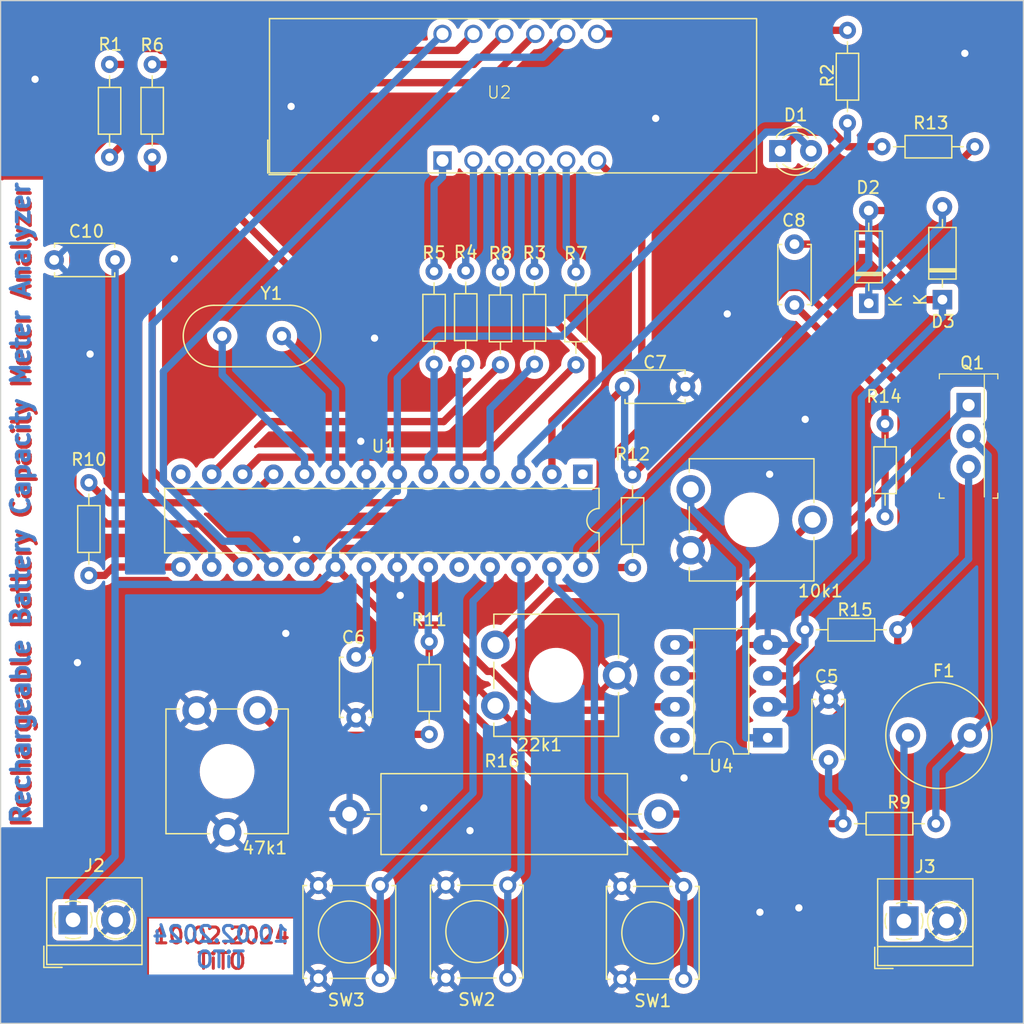
<source format=kicad_pcb>
(kicad_pcb (version 20221018) (generator pcbnew)
  (layers (0 "F.Cu" signal) (31 "B.Cu" signal) (34 "B.Paste" user) (35 "F.Paste" user) (36 "B.SilkS" user "B.Silkscreen") (37 "F.SilkS" user "F.Silkscreen") (38 "B.Mask" user) (39 "F.Mask" user) (44 "Edge.Cuts" user))
  (net 0 "")
  (net 1 "Net-(Q1-G)")
  (net 2 "Net-(10k1-Pad3)")
  (net 3 "Net-(Q1-D)")
  (net 4 "CA4")
  (net 5 "CA3")
  (net 6 "CA2")
  (net 7 "CA1")
  (net 8 "RST")
  (net 9 "PD0")
  (net 10 "PD1")
  (net 11 "PD2")
  (net 12 "PD3")
  (net 13 "PD4")
  (net 14 "/5V")
  (net 15 "Net-(Q1-S)")
  (net 16 "PD5")
  (net 17 "PD6")
  (net 18 "PD7")
  (net 19 "Net-(U1-PC0)")
  (net 20 "GND")
  (net 21 "Net-(D3-K)")
  (net 22 "Net-(U1-PD0)")
  (net 23 "Net-(U1-PD1)")
  (net 24 "Net-(U1-PC2)")
  (net 25 "Net-(U1-PD2)")
  (net 26 "Net-(U1-PD3)")
  (net 27 "Net-(U1-PD4)")
  (net 28 "Net-(U1-PD5)")
  (net 29 "Net-(U1-PC4)")
  (net 30 "Net-(U1-PD6)")
  (net 32 "Net-(U1-PD7)")
  (net 33 "Net-(U4-+)")
  (net 34 "Net-(J3-Pin_1)")
  (net 35 "PB1")
  (net 36 "Net-(47k1-Pad3)")
  (net 37 "Net-(22k1-Pad3)")
  (net 38 "PC5")
  (net 39 "Net-(D1-K)")
  (net 40 "Net-(C8-Pad2)")
  (net 41 "Net-(10k1-Pad2)")
  (net 43 "Net-(U1-XTAL1{slash}PB6)")
  (net 44 "Net-(U1-XTAL2{slash}PB7)")
  (net 46 "Net-(U1-AREF)")
  (net 47 "Net-(U1-PC3)")
  (net 48 "Net-(D2-K)")
  (footprint "TerminalBlock_4Ucon:TerminalBlock_4Ucon_1x02_P3.50mm_Horizontal" (layer "F.Cu") (at 162.09 123.79)
    (fp_text reference "J3" (at 1.75 -4.46) (layer "F.SilkS"))
    (fp_text value "Test")
    (pad "1" thru_hole rect (at 0 0) (size 2.4 2.4) (drill 1.2) (layers "*.Cu" "*.Mask") (net 34 "Net-(J3-Pin_1)"))
    (pad "2" thru_hole circle (at 3.5 0) (size 2.4 2.4) (drill 1.2) (layers "*.Cu" "*.Mask") (net 20 "GND"))
  )
  (footprint "Resistor_THT:R_Axial_DIN0204_L3.6mm_D1.6mm_P7.62mm_Horizontal" (layer "F.Cu") (at 131.75 78.06 90)
    (fp_text reference "R3" (at 9.144 0 180) (layer "F.SilkS"))
    (fp_text value "560")
    (pad "1" thru_hole circle (at 0 0 90) (size 1.4 1.4) (drill 0.7) (layers "*.Cu" "*.Mask") (net 25 "Net-(U1-PD2)"))
    (pad "2" thru_hole oval (at 7.62 0 90) (size 1.4 1.4) (drill 0.7) (layers "*.Cu" "*.Mask") (net 11 "PD2"))
  )
  (footprint "Package_DIP:DIP-8_W7.62mm_LongPads" (layer "F.Cu") (at 150.905 108.74 180)
    (fp_text reference "U4" (at 3.81 -2.33) (layer "F.SilkS"))
    (fp_text value "TL081")
    (pad "1" thru_hole rect (at 0 0 180) (size 2.4 1.6) (drill 0.8) (layers "*.Cu" "*.Mask") (net 2 "Net-(10k1-Pad3)"))
    (pad "2" thru_hole oval (at 0 2.54 180) (size 2.4 1.6) (drill 0.8) (layers "*.Cu" "*.Mask") (net 21 "Net-(D3-K)"))
    (pad "3" thru_hole oval (at 0 5.08 180) (size 2.4 1.6) (drill 0.8) (layers "*.Cu" "*.Mask") (net 33 "Net-(U4-+)"))
    (pad "4" thru_hole oval (at 0 7.62 180) (size 2.4 1.6) (drill 0.8) (layers "*.Cu" "*.Mask") (net 20 "GND"))
    (pad "5" thru_hole oval (at 7.62 7.62 180) (size 2.4 1.6) (drill 0.8) (layers "*.Cu" "*.Mask") (net 41 "Net-(10k1-Pad2)"))
    (pad "6" thru_hole oval (at 7.62 5.08 180) (size 2.4 1.6) (drill 0.8) (layers "*.Cu" "*.Mask") (net 40 "Net-(C8-Pad2)"))
    (pad "7" thru_hole oval (at 7.62 2.54 180) (size 2.4 1.6) (drill 0.8) (layers "*.Cu" "*.Mask") (net 14 "/5V"))
    (pad "8" thru_hole oval (at 7.62 0 180) (size 2.4 1.6) (drill 0.8) (layers "*.Cu" "*.Mask"))
  )
  (footprint "Resistor_THT:R_Axial_DIN0204_L3.6mm_D1.6mm_P7.62mm_Horizontal" (layer "F.Cu") (at 139.8 87.14 -90)
    (fp_text reference "R12" (at -1.69 0 -180) (layer "F.SilkS"))
    (fp_text value "22k")
    (pad "1" thru_hole circle (at 0 0 270) (size 1.4 1.4) (drill 0.7) (layers "*.Cu" "*.Mask") (net 33 "Net-(U4-+)"))
    (pad "2" thru_hole oval (at 7.62 0 270) (size 1.4 1.4) (drill 0.7) (layers "*.Cu" "*.Mask") (net 37 "Net-(22k1-Pad3)"))
  )
  (footprint "Resistor_THT:R_Axial_DIN0204_L3.6mm_D1.6mm_P7.62mm_Horizontal" (layer "F.Cu") (at 128.95 78.11 90)
    (fp_text reference "R8" (at 9.144 0 180) (layer "F.SilkS"))
    (fp_text value "560")
    (pad "1" thru_hole circle (at 0 0 90) (size 1.4 1.4) (drill 0.7) (layers "*.Cu" "*.Mask") (net 32 "Net-(U1-PD7)"))
    (pad "2" thru_hole oval (at 7.62 0 90) (size 1.4 1.4) (drill 0.7) (layers "*.Cu" "*.Mask") (net 18 "PD7"))
  )
  (footprint "Resistor_THT:R_Axial_DIN0204_L3.6mm_D1.6mm_P7.62mm_Horizontal" (layer "F.Cu") (at 161.58 99.87 180)
    (fp_text reference "R15" (at 3.51 1.63 180) (layer "F.SilkS"))
    (fp_text value "33k")
    (pad "1" thru_hole circle (at 0 0 180) (size 1.4 1.4) (drill 0.7) (layers "*.Cu" "*.Mask") (net 15 "Net-(Q1-S)"))
    (pad "2" thru_hole oval (at 7.62 0 180) (size 1.4 1.4) (drill 0.7) (layers "*.Cu" "*.Mask") (net 21 "Net-(D3-K)"))
  )
  (footprint "Button_Switch_THT:SW_Tactile_Straight_KSA0Axx1LFTR" (layer "F.Cu") (at 119.08 120.88 -90)
    (fp_text reference "SW3" (at 9.398 2.794) (layer "F.SilkS"))
    (fp_text value "~")
    (pad "1" thru_hole circle (at 0 0 270) (size 1.397 1.397) (drill 0.8128) (layers "*.Cu" "*.Mask") (net 24 "Net-(U1-PC2)"))
    (pad "1" thru_hole circle (at 7.62 0 270) (size 1.397 1.397) (drill 0.8128) (layers "*.Cu" "*.Mask") (net 24 "Net-(U1-PC2)"))
    (pad "2" thru_hole circle (at 0 5.08 270) (size 1.397 1.397) (drill 0.8128) (layers "*.Cu" "*.Mask") (net 20 "GND"))
    (pad "2" thru_hole circle (at 7.62 5.08 270) (size 1.397 1.397) (drill 0.8128) (layers "*.Cu" "*.Mask") (net 20 "GND"))
  )
  (footprint "Potentiometer_THT:Potentiometer_ACP_CA9-V10_Vertical_Hole" (layer "F.Cu") (at 104 106.5 -90)
    (fp_text reference "47k1" (at 11.3 -5.6) (layer "F.SilkS"))
    (fp_text value "P1")
    (pad "" np_thru_hole circle (at 5 -2.5 270) (size 4 4) (drill 4) (layers "*.Cu" "*.Mask"))
    (pad "1" thru_hole circle (at 0 0 270) (size 2.34 2.34) (drill 1.3) (layers "*.Cu" "*.Mask") (net 20 "GND"))
    (pad "2" thru_hole circle (at 10 -2.5 270) (size 2.34 2.34) (drill 1.3) (layers "*.Cu" "*.Mask") (net 20 "GND"))
    (pad "3" thru_hole circle (at 0 -5 270) (size 2.34 2.34) (drill 1.3) (layers "*.Cu" "*.Mask") (net 36 "Net-(47k1-Pad3)"))
  )
  (footprint "Button_Switch_THT:SW_Tactile_Straight_KSA0Axx1LFTR" (layer "F.Cu") (at 144 120.95 -90)
    (fp_text reference "SW1" (at 9.398 2.54) (layer "F.SilkS"))
    (fp_text value "~")
    (pad "1" thru_hole circle (at 0 0 270) (size 1.397 1.397) (drill 0.8128) (layers "*.Cu" "*.Mask") (net 29 "Net-(U1-PC4)"))
    (pad "1" thru_hole circle (at 7.62 0 270) (size 1.397 1.397) (drill 0.8128) (layers "*.Cu" "*.Mask") (net 29 "Net-(U1-PC4)"))
    (pad "2" thru_hole circle (at 0 5.08 270) (size 1.397 1.397) (drill 0.8128) (layers "*.Cu" "*.Mask") (net 20 "GND"))
    (pad "2" thru_hole circle (at 7.62 5.08 270) (size 1.397 1.397) (drill 0.8128) (layers "*.Cu" "*.Mask") (net 20 "GND"))
  )
  (footprint "Potentiometer_THT:Potentiometer_ACP_CA9-V10_Vertical_Hole" (layer "F.Cu") (at 128.53 106.11)
    (fp_text reference "22k1" (at 3.65 3.225 180) (layer "F.SilkS"))
    (fp_text value "P2")
    (pad "" np_thru_hole circle (at 5 -2.5) (size 4 4) (drill 4) (layers "*.Cu" "*.Mask"))
    (pad "1" thru_hole circle (at 0 0) (size 2.34 2.34) (drill 1.3) (layers "*.Cu" "*.Mask") (net 20 "GND"))
    (pad "2" thru_hole circle (at 10 -2.5) (size 2.34 2.34) (drill 1.3) (layers "*.Cu" "*.Mask") (net 20 "GND"))
    (pad "3" thru_hole circle (at 0 -5) (size 2.34 2.34) (drill 1.3) (layers "*.Cu" "*.Mask") (net 37 "Net-(22k1-Pad3)"))
  )
  (footprint "Capacitor_THT:C_Disc_D4.7mm_W2.5mm_P5.00mm" (layer "F.Cu") (at 155.9 110.56 90)
    (fp_text reference "C5" (at 6.85 -0.16) (layer "F.SilkS"))
    (fp_text value "100nF")
    (pad "1" thru_hole circle (at 0 0 90) (size 1.6 1.6) (drill 0.8) (layers "*.Cu" "*.Mask") (net 19 "Net-(U1-PC0)"))
    (pad "2" thru_hole circle (at 5 0 90) (size 1.6 1.6) (drill 0.8) (layers "*.Cu" "*.Mask") (net 20 "GND"))
  )
  (footprint "Resistor_THT:R_Axial_Power_L20.0mm_W6.4mm_P25.40mm" (layer "F.Cu") (at 141.96 115.01 180)
    (fp_text reference "R16" (at 12.88 4.36 180) (layer "F.SilkS"))
    (fp_text value "0R24")
    (pad "1" thru_hole circle (at 0 0 180) (size 2.4 2.4) (drill 1.2) (layers "*.Cu" "*.Mask") (net 15 "Net-(Q1-S)"))
    (pad "2" thru_hole oval (at 25.4 0 180) (size 2.4 2.4) (drill 1.2) (layers "*.Cu" "*.Mask") (net 20 "GND"))
  )
  (footprint "Resistor_THT:R_Axial_DIN0204_L3.6mm_D1.6mm_P7.62mm_Horizontal" (layer "F.Cu") (at 100.35 61.06 90)
    (fp_text reference "R6" (at 9.21 0 180) (layer "F.SilkS"))
    (fp_text value "560")
    (pad "1" thru_hole circle (at 0 0 90) (size 1.4 1.4) (drill 0.7) (layers "*.Cu" "*.Mask") (net 28 "Net-(U1-PD5)"))
    (pad "2" thru_hole oval (at 7.62 0 90) (size 1.4 1.4) (drill 0.7) (layers "*.Cu" "*.Mask") (net 16 "PD5"))
  )
  (footprint "Resistor_THT:R_Axial_DIN0204_L3.6mm_D1.6mm_P7.62mm_Horizontal" (layer "F.Cu") (at 126.1 78.01 90)
    (fp_text reference "R4" (at 9.144 0 180) (layer "F.SilkS"))
    (fp_text value "560")
    (pad "1" thru_hole circle (at 0 0 90) (size 1.4 1.4) (drill 0.7) (layers "*.Cu" "*.Mask") (net 26 "Net-(U1-PD3)"))
    (pad "2" thru_hole oval (at 7.62 0 90) (size 1.4 1.4) (drill 0.7) (layers "*.Cu" "*.Mask") (net 12 "PD3"))
  )
  (footprint "Resistor_THT:R_Axial_DIN0204_L3.6mm_D1.6mm_P7.62mm_Horizontal" (layer "F.Cu") (at 123.1 100.84 -90)
    (fp_text reference "R11" (at -1.79 0 -180) (layer "F.SilkS"))
    (fp_text value "47k")
    (pad "1" thru_hole circle (at 0 0 270) (size 1.4 1.4) (drill 0.7) (layers "*.Cu" "*.Mask") (net 19 "Net-(U1-PC0)"))
    (pad "2" thru_hole oval (at 7.62 0 270) (size 1.4 1.4) (drill 0.7) (layers "*.Cu" "*.Mask") (net 36 "Net-(47k1-Pad3)"))
  )
  (footprint "Capacitor_THT:C_Disc_D4.7mm_W2.5mm_P5.00mm" (layer "F.Cu") (at 139.15 79.91)
    (fp_text reference "C7" (at 2.5 -2) (layer "F.SilkS"))
    (fp_text value "1uF")
    (pad "1" thru_hole circle (at 0 0) (size 1.6 1.6) (drill 0.8) (layers "*.Cu" "*.Mask") (net 33 "Net-(U4-+)"))
    (pad "2" thru_hole circle (at 5 0) (size 1.6 1.6) (drill 0.8) (layers "*.Cu" "*.Mask") (net 20 "GND"))
  )
  (footprint "Potentiometer_THT:Potentiometer_ACP_CA9-V10_Vertical_Hole" (layer "F.Cu") (at 144.58 93.345)
    (fp_text reference "10k1" (at 10.65 3.35 180) (layer "F.SilkS"))
    (fp_text value "P3")
    (pad "" np_thru_hole circle (at 5 -2.5) (size 4 4) (drill 4) (layers "*.Cu" "*.Mask"))
    (pad "1" thru_hole circle (at 0 0) (size 2.34 2.34) (drill 1.3) (layers "*.Cu" "*.Mask") (net 20 "GND"))
    (pad "2" thru_hole circle (at 10 -2.5) (size 2.34 2.34) (drill 1.3) (layers "*.Cu" "*.Mask") (net 41 "Net-(10k1-Pad2)"))
    (pad "3" thru_hole circle (at 0 -5) (size 2.34 2.34) (drill 1.3) (layers "*.Cu" "*.Mask") (net 2 "Net-(10k1-Pad3)"))
  )
  (footprint "TerminalBlock_4Ucon:TerminalBlock_4Ucon_1x02_P3.50mm_Horizontal" (layer "F.Cu") (at 93.85 123.7)
    (fp_text reference "J2" (at 1.75 -4.46) (layer "F.SilkS"))
    (fp_text value "Power")
    (pad "1" thru_hole rect (at 0 0) (size 2.4 2.4) (drill 1.2) (layers "*.Cu" "*.Mask") (net 14 "/5V"))
    (pad "2" thru_hole circle (at 3.5 0) (size 2.4 2.4) (drill 1.2) (layers "*.Cu" "*.Mask") (net 20 "GND"))
  )
  (footprint "Crystal:Crystal_HC18-U_Vertical" (layer "F.Cu") (at 106.1 75.75)
    (fp_text reference "Y1" (at 4.04099 -3.500179) (layer "F.SilkS"))
    (fp_text value "Crystal 32768Hz")
    (pad "1" thru_hole circle (at 0 0) (size 1.5 1.5) (drill 0.8) (layers "*.Cu" "*.Mask") (net 44 "Net-(U1-XTAL2{slash}PB7)"))
    (pad "2" thru_hole circle (at 4.9 0) (size 1.5 1.5) (drill 0.8) (layers "*.Cu" "*.Mask") (net 43 "Net-(U1-XTAL1{slash}PB6)"))
  )
  (footprint "LED_THT:LED_D3.0mm" (layer "F.Cu") (at 151.925 60.55)
    (fp_text reference "D1" (at 1.27 -2.96) (layer "F.SilkS"))
    (fp_text value "LED")
    (pad "1" thru_hole rect (at 0 0) (size 1.8 1.8) (drill 0.9) (layers "*.Cu" "*.Mask") (net 39 "Net-(D1-K)"))
    (pad "2" thru_hole circle (at 2.54 0) (size 1.8 1.8) (drill 0.9) (layers "*.Cu" "*.Mask") (net 14 "/5V"))
  )
  (footprint "Resistor_THT:R_Axial_DIN0204_L3.6mm_D1.6mm_P7.62mm_Horizontal" (layer "F.Cu") (at 123.5 78.06 90)
    (fp_text reference "R5" (at 9.144 0 180) (layer "F.SilkS"))
    (fp_text value "560")
    (pad "1" thru_hole circle (at 0 0 90) (size 1.4 1.4) (drill 0.7) (layers "*.Cu" "*.Mask") (net 27 "Net-(U1-PD4)"))
    (pad "2" thru_hole oval (at 7.62 0 90) (size 1.4 1.4) (drill 0.7) (layers "*.Cu" "*.Mask") (net 13 "PD4"))
  )
  (footprint "Resistor_THT:R_Axial_DIN0204_L3.6mm_D1.6mm_P7.62mm_Horizontal" (layer "F.Cu") (at 95.15 87.79 -90)
    (fp_text reference "R10" (at -1.9 0 -180) (layer "F.SilkS"))
    (fp_text value "220k")
    (pad "1" thru_hole circle (at 0 0 270) (size 1.4 1.4) (drill 0.7) (layers "*.Cu" "*.Mask") (net 33 "Net-(U4-+)"))
    (pad "2" thru_hole oval (at 7.62 0 270) (size 1.4 1.4) (drill 0.7) (layers "*.Cu" "*.Mask") (net 35 "PB1"))
  )
  (footprint "digikey-footprints:TO-220-3" (layer "F.Cu") (at 167.4 81.42 -90)
    (fp_text reference "Q1" (at -3.46 -0.3) (layer "F.SilkS"))
    (fp_text value "IRLB8743")
    (pad "1" thru_hole rect (at 0 0 270) (size 2 2) (drill 1) (layers "*.Cu" "*.Mask") (net 1 "Net-(Q1-G)"))
    (pad "2" thru_hole circle (at 2.54 0 270) (size 2 2) (drill 1) (layers "*.Cu" "*.Mask") (net 3 "Net-(Q1-D)"))
    (pad "3" thru_hole circle (at 5.08 0 270) (size 2 2) (drill 1) (layers "*.Cu" "*.Mask") (net 15 "Net-(Q1-S)"))
  )
  (footprint "Capacitor_THT:C_Disc_D4.7mm_W2.5mm_P5.00mm" (layer "F.Cu") (at 153.1 68.2 -90)
    (fp_text reference "C8" (at -1.95 0.05 -180) (layer "F.SilkS"))
    (fp_text value "10nF")
    (pad "1" thru_hole circle (at 0 0 270) (size 1.6 1.6) (drill 0.8) (layers "*.Cu" "*.Mask") (net 21 "Net-(D3-K)"))
    (pad "2" thru_hole circle (at 5 0 270) (size 1.6 1.6) (drill 0.8) (layers "*.Cu" "*.Mask") (net 40 "Net-(C8-Pad2)"))
  )
  (footprint "Capacitor_THT:C_Disc_D4.7mm_W2.5mm_P5.00mm" (layer "F.Cu") (at 117.1 107.1 90)
    (fp_text reference "C6" (at 6.6 -0.2 180) (layer "F.SilkS"))
    (fp_text value "100nF")
    (pad "1" thru_hole circle (at 0 0 90) (size 1.6 1.6) (drill 0.8) (layers "*.Cu" "*.Mask") (net 20 "GND"))
    (pad "2" thru_hole circle (at 5 0 90) (size 1.6 1.6) (drill 0.8) (layers "*.Cu" "*.Mask") (net 46 "Net-(U1-AREF)"))
  )
  (footprint "Resistor_THT:R_Axial_DIN0204_L3.6mm_D1.6mm_P7.62mm_Horizontal" (layer "F.Cu") (at 164.71 115.8 180)
    (fp_text reference "R9" (at 3.02 1.76) (layer "F.SilkS"))
    (fp_text value "220k")
    (pad "1" thru_hole circle (at 0 0 180) (size 1.4 1.4) (drill 0.7) (layers "*.Cu" "*.Mask") (net 3 "Net-(Q1-D)"))
    (pad "2" thru_hole oval (at 7.62 0 180) (size 1.4 1.4) (drill 0.7) (layers "*.Cu" "*.Mask") (net 19 "Net-(U1-PC0)"))
  )
  (footprint "Resistor_THT:R_Axial_DIN0204_L3.6mm_D1.6mm_P7.62mm_Horizontal" (layer "F.Cu") (at 160.54 90.58 90)
    (fp_text reference "R14" (at 9.87 -0.09 180) (layer "F.SilkS"))
    (fp_text value "270R")
    (pad "1" thru_hole circle (at 0 0 90) (size 1.4 1.4) (drill 0.7) (layers "*.Cu" "*.Mask") (net 1 "Net-(Q1-G)"))
    (pad "2" thru_hole oval (at 7.62 0 90) (size 1.4 1.4) (drill 0.7) (layers "*.Cu" "*.Mask") (net 40 "Net-(C8-Pad2)"))
  )
  (footprint "Diode_THT:D_DO-35_SOD27_P7.62mm_Horizontal" (layer "F.Cu") (at 159.2 73.06 90)
    (fp_text reference "D2" (at 9.51 -0.05 180) (layer "F.SilkS"))
    (fp_text value "1N4148")
    (fp_text user "K" (at 0.15 2.2 90) (layer "F.SilkS"))
    (pad "1" thru_hole rect (at 0 0 90) (size 1.6 1.6) (drill 0.8) (layers "*.Cu" "*.Mask") (net 48 "Net-(D2-K)"))
    (pad "2" thru_hole oval (at 7.62 0 90) (size 1.6 1.6) (drill 0.8) (layers "*.Cu" "*.Mask") (net 38 "PC5"))
  )
  (footprint "Resistor_THT:R_Axial_DIN0204_L3.6mm_D1.6mm_P7.62mm_Horizontal" (layer "F.Cu") (at 135.15 78.11 90)
    (fp_text reference "R7" (at 9.144 0 180) (layer "F.SilkS"))
    (fp_text value "560")
    (pad "1" thru_hole circle (at 0 0 90) (size 1.4 1.4) (drill 0.7) (layers "*.Cu" "*.Mask") (net 30 "Net-(U1-PD6)"))
    (pad "2" thru_hole oval (at 7.62 0 90) (size 1.4 1.4) (drill 0.7) (layers "*.Cu" "*.Mask") (net 17 "PD6"))
  )
  (footprint "Capacitor_THT:C_Disc_D4.7mm_W2.5mm_P5.00mm" (layer "F.Cu") (at 92.3 69.5)
    (fp_text reference "C10" (at 2.65 -2.35) (layer "F.SilkS"))
    (fp_text value "100nF")
    (pad "1" thru_hole circle (at 0 0) (size 1.6 1.6) (drill 0.8) (layers "*.Cu" "*.Mask") (net 20 "GND"))
    (pad "2" thru_hole circle (at 5 0) (size 1.6 1.6) (drill 0.8) (layers "*.Cu" "*.Mask") (net 14 "/5V"))
  )
  (footprint "Resistor_THT:R_Axial_DIN0204_L3.6mm_D1.6mm_P7.62mm_Horizontal" (layer "F.Cu") (at 157.45 58.26 90)
    (fp_text reference "R2" (at 3.91 -1.65 90) (layer "F.SilkS"))
    (fp_text value "560")
    (pad "1" thru_hole circle (at 0 0 90) (size 1.4 1.4) (drill 0.7) (layers "*.Cu" "*.Mask") (net 23 "Net-(U1-PD1)"))
    (pad "2" thru_hole oval (at 7.62 0 90) (size 1.4 1.4) (drill 0.7) (layers "*.Cu" "*.Mask") (net 10 "PD1"))
  )
  (footprint "Resistor_THT:R_Axial_DIN0204_L3.6mm_D1.6mm_P7.62mm_Horizontal" (layer "F.Cu") (at 96.85 61.06 90)
    (fp_text reference "R1" (at 9.26 0.05 180) (layer "F.SilkS"))
    (fp_text value "560")
    (pad "1" thru_hole circle (at 0 0 90) (size 1.4 1.4) (drill 0.7) (layers "*.Cu" "*.Mask") (net 22 "Net-(U1-PD0)"))
    (pad "2" thru_hole oval (at 7.62 0 90) (size 1.4 1.4) (drill 0.7) (layers "*.Cu" "*.Mask") (net 9 "PD0"))
  )
  (footprint "Tito:E40394-l-UR3" (layer "F.Cu") (at 130.61 56.24)
    (fp_text reference "U2" (at -1.7582 -0.4964 unlocked) (layer "F.SilkS") (effects (font (thickness 0.1))))
    (fp_text value "E40394-I-UR3")
    (pad "1" thru_hole rect (at -6.4182 5.0936 90) (size 1.5 1.5) (drill 1) (layers "*.Cu" "*.Mask") (net 13 "PD4"))
    (pad "2" thru_hole circle (at -3.8782 5.0936 90) (size 1.5 1.5) (drill 1) (layers "*.Cu" "*.Mask") (net 12 "PD3"))
    (pad "3" thru_hole circle (at -1.3382 5.0936 90) (size 1.5 1.5) (drill 1) (layers "*.Cu" "*.Mask") (net 18 "PD7"))
    (pad "4" thru_hole circle (at 1.2018 5.0936 90) (size 1.5 1.5) (drill 1) (layers "*.Cu" "*.Mask") (net 11 "PD2"))
    (pad "5" thru_hole circle (at 3.7418 5.0936 90) (size 1.5 1.5) (drill 1) (layers "*.Cu" "*.Mask") (net 17 "PD6"))
    (pad "6" thru_hole circle (at 6.2818 5.0936 90) (size 1.5 1.5) (drill 1) (layers "*.Cu" "*.Mask") (net 4 "CA4"))
    (pad "7" thru_hole circle (at 6.2818 -5.3064 270) (size 1.5 1.5) (drill 1) (layers "*.Cu" "*.Mask") (net 10 "PD1"))
    (pad "8" thru_hole circle (at 3.7418 -5.3064 270) (size 1.5 1.5) (drill 1) (layers "*.Cu" "*.Mask") (net 5 "CA3"))
    (pad "9" thru_hole circle (at 1.2018 -5.3064 270) (size 1.5 1.5) (drill 1) (layers "*.Cu" "*.Mask") (net 6 "CA2"))
    (pad "10" thru_hole circle (at -1.3382 -5.3064 90) (size 1.5 1.5) (drill 1) (layers "*.Cu" "*.Mask") (net 16 "PD5"))
    (pad "11" thru_hole circle (at -3.8782 -5.3064 90) (size 1.5 1.5) (drill 1) (layers "*.Cu" "*.Mask") (net 9 "PD0"))
    (pad "12" thru_hole circle (at -6.4182 -5.3064 90) (size 1.5 1.5) (drill 1) (layers "*.Cu" "*.Mask") (net 7 "CA1"))
  )
  (footprint "Diode_THT:D_DO-35_SOD27_P7.62mm_Horizontal" (layer "F.Cu") (at 165.25 72.76 90)
    (fp_text reference "D3" (at -1.79 0.05) (layer "F.SilkS"))
    (fp_text value "1N4148")
    (fp_text user "K" (at 0 -1.8 90) (layer "F.SilkS"))
    (pad "1" thru_hole rect (at 0 0 90) (size 1.6 1.6) (drill 0.8) (layers "*.Cu" "*.Mask") (net 21 "Net-(D3-K)"))
    (pad "2" thru_hole oval (at 7.62 0 90) (size 1.6 1.6) (drill 0.8) (layers "*.Cu" "*.Mask") (net 48 "Net-(D2-K)"))
  )
  (footprint "Package_DIP:DIP-28_W7.62mm" (layer "F.Cu") (at 135.72 87.1 -90)
    (fp_text reference "U1" (at -2.3 16.35 -180) (layer "F.SilkS"))
    (fp_text value "ATmega8A / 8 / 8L")
    (pad "1" thru_hole rect (at 0 0 270) (size 1.6 1.6) (drill 0.8) (layers "*.Cu" "*.Mask") (net 8 "RST"))
    (pad "2" thru_hole oval (at 0 2.54 270) (size 1.6 1.6) (drill 0.8) (layers "*.Cu" "*.Mask") (net 22 "Net-(U1-PD0)"))
    (pad "3" thru_hole oval (at 0 5.08 270) (size 1.6 1.6) (drill 0.8) (layers "*.Cu" "*.Mask") (net 23 "Net-(U1-PD1)"))
    (pad "4" thru_hole oval (at 0 7.62 270) (size 1.6 1.6) (drill 0.8) (layers "*.Cu" "*.Mask") (net 25 "Net-(U1-PD2)"))
    (pad "5" thru_hole oval (at 0 10.16 270) (size 1.6 1.6) (drill 0.8) (layers "*.Cu" "*.Mask") (net 26 "Net-(U1-PD3)"))
    (pad "6" thru_hole oval (at 0 12.7 270) (size 1.6 1.6) (drill 0.8) (layers "*.Cu" "*.Mask") (net 27 "Net-(U1-PD4)"))
    (pad "7" thru_hole oval (at 0 15.24 270) (size 1.6 1.6) (drill 0.8) (layers "*.Cu" "*.Mask") (net 14 "/5V"))
    (pad "8" thru_hole oval (at 0 17.78 270) (size 1.6 1.6) (drill 0.8) (layers "*.Cu" "*.Mask") (net 20 "GND"))
    (pad "9" thru_hole oval (at 0 20.32 270) (size 1.6 1.6) (drill 0.8) (layers "*.Cu" "*.Mask") (net 43 "Net-(U1-XTAL1{slash}PB6)"))
    (pad "10" thru_hole oval (at 0 22.86 270) (size 1.6 1.6) (drill 0.8) (layers "*.Cu" "*.Mask") (net 44 "Net-(U1-XTAL2{slash}PB7)"))
    (pad "11" thru_hole oval (at 0 25.4 270) (size 1.6 1.6) (drill 0.8) (layers "*.Cu" "*.Mask") (net 28 "Net-(U1-PD5)"))
    (pad "12" thru_hole oval (at 0 27.94 270) (size 1.6 1.6) (drill 0.8) (layers "*.Cu" "*.Mask") (net 30 "Net-(U1-PD6)"))
    (pad "13" thru_hole oval (at 0 30.48 270) (size 1.6 1.6) (drill 0.8) (layers "*.Cu" "*.Mask") (net 32 "Net-(U1-PD7)"))
    (pad "14" thru_hole oval (at 0 33.02 270) (size 1.6 1.6) (drill 0.8) (layers "*.Cu" "*.Mask"))
    (pad "15" thru_hole oval (at 7.62 33.02 270) (size 1.6 1.6) (drill 0.8) (layers "*.Cu" "*.Mask") (net 35 "PB1"))
    (pad "16" thru_hole oval (at 7.62 30.48 270) (size 1.6 1.6) (drill 0.8) (layers "*.Cu" "*.Mask") (net 7 "CA1"))
    (pad "17" thru_hole oval (at 7.62 27.94 270) (size 1.6 1.6) (drill 0.8) (layers "*.Cu" "*.Mask") (net 6 "CA2"))
    (pad "18" thru_hole oval (at 7.62 25.4 270) (size 1.6 1.6) (drill 0.8) (layers "*.Cu" "*.Mask") (net 5 "CA3"))
    (pad "19" thru_hole oval (at 7.62 22.86 270) (size 1.6 1.6) (drill 0.8) (layers "*.Cu" "*.Mask") (net 4 "CA4"))
    (pad "20" thru_hole oval (at 7.62 20.32 270) (size 1.6 1.6) (drill 0.8) (layers "*.Cu" "*.Mask") (net 14 "/5V"))
    (pad "21" thru_hole oval (at 7.62 17.78 270) (size 1.6 1.6) (drill 0.8) (layers "*.Cu" "*.Mask") (net 46 "Net-(U1-AREF)"))
    (pad "22" thru_hole oval (at 7.62 15.24 270) (size 1.6 1.6) (drill 0.8) (layers "*.Cu" "*.Mask") (net 20 "GND"))
    (pad "23" thru_hole oval (at 7.62 12.7 270) (size 1.6 1.6) (drill 0.8) (layers "*.Cu" "*.Mask") (net 19 "Net-(U1-PC0)"))
    (pad "24" thru_hole oval (at 7.62 10.16 270) (size 1.6 1.6) (drill 0.8) (layers "*.Cu" "*.Mask"))
    (pad "25" thru_hole oval (at 7.62 7.62 270) (size 1.6 1.6) (drill 0.8) (layers "*.Cu" "*.Mask") (net 24 "Net-(U1-PC2)"))
    (pad "26" thru_hole oval (at 7.62 5.08 270) (size 1.6 1.6) (drill 0.8) (layers "*.Cu" "*.Mask") (net 47 "Net-(U1-PC3)"))
    (pad "27" thru_hole oval (at 7.62 2.54 270) (size 1.6 1.6) (drill 0.8) (layers "*.Cu" "*.Mask") (net 29 "Net-(U1-PC4)"))
    (pad "28" thru_hole oval (at 7.62 0 270) (size 1.6 1.6) (drill 0.8) (layers "*.Cu" "*.Mask") (net 38 "PC5"))
  )
  (footprint "Button_Switch_THT:SW_Tactile_Straight_KSA0Axx1LFTR" (layer "F.Cu") (at 129.55 120.85 -90)
    (fp_text reference "SW2" (at 9.398 2.54) (layer "F.SilkS"))
    (fp_text value "~")
    (pad "1" thru_hole circle (at 0 0 270) (size 1.397 1.397) (drill 0.8128) (layers "*.Cu" "*.Mask") (net 47 "Net-(U1-PC3)"))
    (pad "1" thru_hole circle (at 7.62 0 270) (size 1.397 1.397) (drill 0.8128) (layers "*.Cu" "*.Mask") (net 47 "Net-(U1-PC3)"))
    (pad "2" thru_hole circle (at 0 5.08 270) (size 1.397 1.397) (drill 0.8128) (layers "*.Cu" "*.Mask") (net 20 "GND"))
    (pad "2" thru_hole circle (at 7.62 5.08 270) (size 1.397 1.397) (drill 0.8128) (layers "*.Cu" "*.Mask") (net 20 "GND"))
  )
  (footprint "Resistor_THT:R_Axial_DIN0204_L3.6mm_D1.6mm_P7.62mm_Horizontal" (layer "F.Cu") (at 167.91 60.2 180)
    (fp_text reference "R13" (at 3.61 1.95 180) (layer "F.SilkS"))
    (fp_text value "1k")
    (pad "1" thru_hole circle (at 0 0 180) (size 1.4 1.4) (drill 0.7) (layers "*.Cu" "*.Mask") (net 38 "PC5"))
    (pad "2" thru_hole oval (at 7.62 0 180) (size 1.4 1.4) (drill 0.7) (layers "*.Cu" "*.Mask") (net 39 "Net-(D1-K)"))
  )
  (footprint "Fuse:Fuse_Littelfuse_372_D8.50mm" (layer "F.Cu") (at 167.5 108.55 180)
    (fp_text reference "F1" (at 2.14 5.3 180) (layer "F.SilkS"))
    (fp_text value "3,15A")
    (pad "1" thru_hole circle (at 0 0 180) (size 2 2) (drill 1) (layers "*.Cu" "*.Mask") (net 3 "Net-(Q1-D)"))
    (pad "2" thru_hole circle (at 5.08 0 180) (size 2 2) (drill 1) (layers "*.Cu" "*.Mask") (net 34 "Net-(J3-Pin_1)"))
  )
  (gr_rect (start 87.9 48.2) (end 171.9 132.2) (stroke (width 0.1)) (fill none) (layer "Edge.Cuts"))
  (gr_text "Rechargeable Battery Capacity Meter Analyzer" (at 90.51 116.27 90) (layer "F.Cu") (effects (font (size 1.5 1.5) (thickness 0.3) bold) (justify left bottom)))
  (gr_text "10.02.2024\nTiTO" (at 106.05 127.85) (layer "F.Cu") (effects (font (size 1.3 1.3) (thickness 0.25) bold) (justify bottom)))
  (gr_text "Rechargeable Battery Capacity Meter Analyzer" (at 90.42 115.98 90) (layer "B.Cu") (effects (font (size 1.5 1.5) (thickness 0.3) bold) (justify left bottom)))
  (gr_text "10.02.2024\nTiTO" (at 105.96 127.72) (layer "B.Cu") (effects (font (size 1.3 1.3) (thickness 0.25) bold) (justify bottom mirror)))
  (segment (start 160.54 88.28) (end 160.54 90.58) (width 0.6) (layer "B.Cu") (net 1))
  (segment (start 167.4 81.42) (end 160.54 88.28) (width 0.6) (layer "B.Cu") (net 1))
  (segment (start 144.58 88.345) (end 144.58 89.8757) (width 0.6) (layer "B.Cu") (net 2))
  (segment (start 149.1049 94.4006) (end 149.1049 108.74) (width 0.6) (layer "B.Cu") (net 2))
  (segment (start 150.905 108.74) (end 149.1049 108.74) (width 0.6) (layer "B.Cu") (net 2))
  (segment (start 144.58 89.8757) (end 149.1049 94.4006) (width 0.6) (layer "B.Cu") (net 2))
  (segment (start 164.71 115.8) (end 164.71 111.34) (width 0.6) (layer "B.Cu") (net 3))
  (segment (start 169.0035 85.5635) (end 167.4 83.96) (width 0.6) (layer "B.Cu") (net 3))
  (segment (start 164.71 111.34) (end 167.5 108.55) (width 0.6) (layer "B.Cu") (net 3))
  (segment (start 169.0035 107.0465) (end 169.0035 85.5635) (width 0.6) (layer "B.Cu") (net 3))
  (segment (start 167.5 108.55) (end 169.0035 107.0465) (width 0.6) (layer "B.Cu") (net 3))
  (segment (start 134.4859 92.0797) (end 138.0404 88.5252) (width 0.6) (layer "F.Cu") (net 4))
  (segment (start 112.86 94.72) (end 115.5003 92.0797) (width 0.6) (layer "F.Cu") (net 4))
  (segment (start 115.5003 92.0797) (end 134.4859 92.0797) (width 0.6) (layer "F.Cu") (net 4))
  (segment (start 138.0404 88.5252) (end 138.0404 85.7129) (width 0.6) (layer "F.Cu") (net 4))
  (segment (start 138.0404 85.7129) (end 140.5582 83.1951) (width 0.6) (layer "F.Cu") (net 4))
  (segment (start 140.5582 83.1951) (end 140.5582 65) (width 0.6) (layer "F.Cu") (net 4))
  (segment (start 140.5582 65) (end 136.8918 61.3336) (width 0.6) (layer "F.Cu") (net 4))
  (segment (start 108.201 92.601) (end 106.1901 92.601) (width 0.6) (layer "B.Cu") (net 5))
  (segment (start 132.4358 52.8496) (end 134.3518 50.9336) (width 0.6) (layer "B.Cu") (net 5))
  (segment (start 101.2694 78.6591) (end 127.0789 52.8496) (width 0.6) (layer "B.Cu") (net 5))
  (segment (start 106.1901 92.601) (end 101.2694 87.6803) (width 0.6) (layer "B.Cu") (net 5))
  (segment (start 101.2694 87.6803) (end 101.2694 78.6591) (width 0.6) (layer "B.Cu") (net 5))
  (segment (start 127.0789 52.8496) (end 132.4358 52.8496) (width 0.6) (layer "B.Cu") (net 5))
  (segment (start 110.32 94.72) (end 108.201 92.601) (width 0.6) (layer "B.Cu") (net 5))
  (segment (start 96.6172 91.1795) (end 93.8378 88.4001) (width 0.6) (layer "F.Cu") (net 6))
  (segment (start 127.8016 54.9438) (end 131.8118 50.9336) (width 0.6) (layer "F.Cu") (net 6))
  (segment (start 93.8378 88.4001) (end 93.8378 62.2293) (width 0.6) (layer "F.Cu") (net 6))
  (segment (start 93.8378 62.2293) (end 101.1233 54.9438) (width 0.6) (layer "F.Cu") (net 6))
  (segment (start 104.2395 91.1795) (end 96.6172 91.1795) (width 0.6) (layer "F.Cu") (net 6))
  (segment (start 101.1233 54.9438) (end 127.8016 54.9438) (width 0.6) (layer "F.Cu") (net 6))
  (segment (start 107.78 94.72) (end 104.2395 91.1795) (width 0.6) (layer "F.Cu") (net 6))
  (segment (start 100.3387 74.7867) (end 124.1918 50.9336) (width 0.6) (layer "B.Cu") (net 7))
  (segment (start 105.24 94.72) (end 105.24 93.3199) (width 0.6) (layer "B.Cu") (net 7))
  (segment (start 100.3387 88.4186) (end 100.3387 74.7867) (width 0.6) (layer "B.Cu") (net 7))
  (segment (start 105.24 93.3199) (end 100.3387 88.4186) (width 0.6) (layer "B.Cu") (net 7))
  (segment (start 99.4523 52.1378) (end 98.1501 53.44) (width 0.6) (layer "F.Cu") (net 9))
  (segment (start 126.7318 50.9336) (end 125.3761 52.2893) (width 0.6) (layer "F.Cu") (net 9))
  (segment (start 125.3761 52.2893) (end 101.0653 52.2893) (width 0.6) (layer "F.Cu") (net 9))
  (segment (start 100.9138 52.1378) (end 99.4523 52.1378) (width 0.6) (layer "F.Cu") (net 9))
  (segment (start 96.85 53.44) (end 98.1501 53.44) (width 0.6) (layer "F.Cu") (net 9))
  (segment (start 101.0653 52.2893) (end 100.9138 52.1378) (width 0.6) (layer "F.Cu") (net 9))
  (segment (start 136.8918 50.9336) (end 155.8563 50.9336) (width 0.6) (layer "F.Cu") (net 10))
  (segment (start 157.45 50.64) (end 156.1499 50.64) (width 0.6) (layer "F.Cu") (net 10))
  (segment (start 155.8563 50.9336) (end 156.1499 50.64) (width 0.6) (layer "F.Cu") (net 10))
  (segment (start 131.75 61.3954) (end 131.75 70.44) (width 0.6) (layer "B.Cu") (net 11))
  (segment (start 131.8118 61.3336) (end 131.75 61.3954) (width 0.6) (layer "B.Cu") (net 11))
  (segment (start 126.1 70.39) (end 126.1 69.0899) (width 0.6) (layer "B.Cu") (net 12))
  (segment (start 126.7318 68.4581) (end 126.1 69.0899) (width 0.6) (layer "B.Cu") (net 12))
  (segment (start 126.7318 61.3336) (end 126.7318 68.4581) (width 0.6) (layer "B.Cu") (net 12))
  (segment (start 124.1918 61.3336) (end 124.1918 62.6837) (width 0.6) (layer "B.Cu") (net 13))
  (segment (start 123.5 63.3755) (end 123.5 70.44) (width 0.6) (layer "B.Cu") (net 13))
  (segment (start 124.1918 62.6837) (end 123.5 63.3755) (width 0.6) (layer "B.Cu") (net 13))
  (segment (start 128.2798 103.2916) (end 131.4731 106.4849) (width 0.6) (layer "F.Cu") (net 14))
  (segment (start 124.0871 99.4836) (end 127.8951 103.2916) (width 0.6) (layer "F.Cu") (net 14))
  (segment (start 120.1636 99.4836) (end 124.0871 99.4836) (width 0.6) (layer "F.Cu") (net 14))
  (segment (start 115.4 94.72) (end 120.1636 99.4836) (width 0.6) (layer "F.Cu") (net 14))
  (segment (start 131.4731 106.4849) (end 141.2 106.4849) (width 0.6) (layer "F.Cu") (net 14))
  (segment (start 127.8951 103.2916) (end 128.2798 103.2916) (width 0.6) (layer "F.Cu") (net 14))
  (segment (start 143.285 106.2) (end 141.4849 106.2) (width 0.6) (layer "F.Cu") (net 14))
  (segment (start 141.2 106.4849) (end 141.4849 106.2) (width 0.6) (layer "F.Cu") (net 14))
  (segment (start 150.7796 58.9971) (end 134.0228 75.7539) (width 0.6) (layer "B.Cu") (net 14))
  (segment (start 120.48 87.1) (end 120.48 88.5001) (width 0.6) (layer "B.Cu") (net 14))
  (segment (start 97.3 96.1462) (end 113.9738 96.1462) (width 0.6) (layer "B.Cu") (net 14))
  (segment (start 115.4 94.72) (end 115.4 93.3199) (width 0.6) (layer "B.Cu") (net 14))
  (segment (start 134.0228 75.7539) (end 123.9322 75.7539) (width 0.6) (layer "B.Cu") (net 14))
  (segment (start 97.3 96.1462) (end 97.3 118.4499) (width 0.6) (layer "B.Cu") (net 14))
  (segment (start 113.9738 96.1462) (end 115.4 94.72) (width 0.6) (layer "B.Cu") (net 14))
  (segment (start 120.2198 88.5001) (end 120.48 88.5001) (width 0.6) (layer "B.Cu") (net 14))
  (segment (start 154.465 60.55) (end 154.465 60.4414) (width 0.6) (layer "B.Cu") (net 14))
  (segment (start 97.3 118.4499) (end 93.85 121.8999) (width 0.6) (layer "B.Cu") (net 14))
  (segment (start 153.0207 58.9971) (end 150.7796 58.9971) (width 0.6) (layer "B.Cu") (net 14))
  (segment (start 115.4 93.3199) (end 120.2198 88.5001) (width 0.6) (layer "B.Cu") (net 14))
  (segment (start 93.85 123.7) (end 93.85 121.8999) (width 0.6) (layer "B.Cu") (net 14))
  (segment (start 120.48 79.2061) (end 120.48 87.1) (width 0.6) (layer "B.Cu") (net 14))
  (segment (start 97.3 69.5) (end 97.3 96.1462) (width 0.6) (layer "B.Cu") (net 14))
  (segment (start 123.9322 75.7539) (end 120.48 79.2061) (width 0.6) (layer "B.Cu") (net 14))
  (segment (start 154.465 60.4414) (end 153.0207 58.9971) (width 0.6) (layer "B.Cu") (net 14))
  (segment (start 148.4633 115.01) (end 161.58 101.8933) (width 0.6) (layer "F.Cu") (net 15))
  (segment (start 141.96 115.01) (end 148.4633 115.01) (width 0.6) (layer "F.Cu") (net 15))
  (segment (start 161.58 101.8933) (end 161.58 99.87) (width 0.6) (layer "F.Cu") (net 15))
  (segment (start 167.4 86.5) (end 167.4 94.05) (width 0.6) (layer "B.Cu") (net 15))
  (segment (start 167.4 94.05) (end 161.58 99.87) (width 0.6) (layer "B.Cu") (net 15))
  (segment (start 129.2718 50.9336) (end 126.7654 53.44) (width 0.6) (layer "F.Cu") (net 16))
  (segment (start 126.7654 53.44) (end 100.35 53.44) (width 0.6) (layer "F.Cu") (net 16))
  (segment (start 135.15 70.49) (end 135.15 69.1899) (width 0.6) (layer "B.Cu") (net 17))
  (segment (start 134.3518 61.3336) (end 134.3518 68.3917) (width 0.6) (layer "B.Cu") (net 17))
  (segment (start 134.3518 68.3917) (end 135.15 69.1899) (width 0.6) (layer "B.Cu") (net 17))
  (segment (start 129.2718 61.3336) (end 129.2718 68.8681) (width 0.6) (layer "B.Cu") (net 18))
  (segment (start 128.95 70.49) (end 128.95 69.1899) (width 0.6) (layer "B.Cu") (net 18))
  (segment (start 129.2718 68.8681) (end 128.95 69.1899) (width 0.6) (layer "B.Cu") (net 18))
  (segment (start 123.1 103.1846) (end 123.1 100.84) (width 0.6) (layer "F.Cu") (net 19))
  (segment (start 136.7586 116.8432) (end 123.1 103.1846) (width 0.6) (layer "F.Cu") (net 19))
  (segment (start 155.7899 115.8) (end 154.7467 116.8432) (width 0.6) (layer "F.Cu") (net 19))
  (segment (start 154.7467 116.8432) (end 136.7586 116.8432) (width 0.6) (layer "F.Cu") (net 19))
  (segment (start 157.09 115.8) (end 155.7899 115.8) (width 0.6) (layer "F.Cu") (net 19))
  (segment (start 155.9 113.3099) (end 155.9 110.56) (width 0.6) (layer "B.Cu") (net 19))
  (segment (start 157.09 115.8) (end 157.09 114.4999) (width 0.6) (layer "B.Cu") (net 19))
  (segment (start 123.02 100.76) (end 123.1 100.84) (width 0.6) (layer "B.Cu") (net 19))
  (segment (start 123.02 94.72) (end 123.02 100.76) (width 0.6) (layer "B.Cu") (net 19))
  (segment (start 157.09 114.4999) (end 155.9 113.3099) (width 0.6) (layer "B.Cu") (net 19))
  (via (at 118.61 75.92) (size 1.2) (drill 0.6) (layers "F.Cu" "B.Cu") (net 20))
  (via (at 144.03 112.04) (size 1.2) (drill 0.6) (layers "F.Cu" "B.Cu") (net 20))
  (via (at 95.25 77.23) (size 1.2) (drill 0.6) (layers "F.Cu" "B.Cu") (net 20))
  (via (at 150.26 123.07) (size 1.2) (drill 0.6) (layers "F.Cu" "B.Cu") (net 20))
  (via (at 153.46 122.71) (size 1.2) (drill 0.6) (layers "F.Cu" "B.Cu") (net 20))
  (via (at 90.73 54.66) (size 1.2) (drill 0.6) (layers "F.Cu" "B.Cu") (net 20))
  (via (at 120.72 97.05) (size 1.2) (drill 0.6) (layers "F.Cu" "B.Cu") (net 20))
  (via (at 112.21 92.45) (size 1.2) (drill 0.6) (layers "F.Cu" "B.Cu") (net 20))
  (via (at 111.32 100.17) (size 1.2) (drill 0.6) (layers "F.Cu" "B.Cu") (net 20))
  (via (at 94.21 102.57) (size 1.2) (drill 0.6) (layers "F.Cu" "B.Cu") (net 20))
  (via (at 126.45 116.37) (size 1.2) (drill 0.6) (layers "F.Cu" "B.Cu") (net 20))
  (via (at 122.66 114.51) (size 1.2) (drill 0.6) (layers "F.Cu" "B.Cu") (net 20))
  (via (at 147.58 73.93) (size 1.2) (drill 0.6) (layers "F.Cu" "B.Cu") (net 20))
  (via (at 153.98 82.59) (size 1.2) (drill 0.6) (layers "F.Cu" "B.Cu") (net 20))
  (via (at 141.7 57.87) (size 1.2) (drill 0.6) (layers "F.Cu" "B.Cu") (net 20))
  (via (at 111.76 56.89) (size 1.2) (drill 0.6) (layers "F.Cu" "B.Cu") (net 20))
  (via (at 117.48 84.39) (size 1.2) (drill 0.6) (layers "F.Cu" "B.Cu") (net 20))
  (via (at 167.09 52.53) (size 1.2) (drill 0.6) (layers "F.Cu" "B.Cu") (net 20))
  (via (at 151.06 87.1) (size 1.2) (drill 0.6) (layers "F.Cu" "B.Cu") (net 20))
  (via (at 102.17 69.41) (size 1.2) (drill 0.6) (layers "F.Cu" "B.Cu") (net 20))
  (segment (start 165.25 72.76) (end 163.8499 72.76) (width 0.6) (layer "F.Cu") (net 21))
  (segment (start 163.8499 72.76) (end 159.2899 68.2) (width 0.6) (layer "F.Cu") (net 21))
  (segment (start 159.2899 68.2) (end 153.1 68.2) (width 0.6) (layer "F.Cu") (net 21))
  (segment (start 152.7051 102.425) (end 153.96 101.1701) (width 0.6) (layer "B.Cu") (net 21))
  (segment (start 165.25 74.1601) (end 158.5861 80.824) (width 0.6) (layer "B.Cu") (net 21))
  (segment (start 158.5861 93.9438) (end 153.96 98.5699) (width 0.6) (layer "B.Cu") (net 21))
  (segment (start 158.5861 80.824) (end 158.5861 93.9438) (width 0.6) (layer "B.Cu") (net 21))
  (segment (start 153.96 99.87) (end 153.96 101.1701) (width 0.6) (layer "B.Cu") (net 21))
  (segment (start 165.25 72.76) (end 165.25 74.1601) (width 0.6) (layer "B.Cu") (net 21))
  (segment (start 150.905 106.2) (end 152.7051 106.2) (width 0.6) (layer "B.Cu") (net 21))
  (segment (start 152.7051 106.2) (end 152.7051 102.425) (width 0.6) (layer "B.Cu") (net 21))
  (segment (start 153.96 99.87) (end 153.96 98.5699) (width 0.6) (layer "B.Cu") (net 21))
  (segment (start 98.1759 59.7341) (end 96.85 61.06) (width 0.6) (layer "F.Cu") (net 22))
  (segment (start 133.18 87.1) (end 133.18 82.7184) (width 0.6) (layer "F.Cu") (net 22))
  (segment (start 101.2658 59.7341) (end 98.1759 59.7341) (width 0.6) (layer "F.Cu") (net 22))
  (segment (start 133.18 82.7184) (end 136.4691 79.4293) (width 0.6) (layer "F.Cu") (net 22))
  (segment (start 136.4691 79.4293) (end 136.4691 77.5596) (width 0.6) (layer "F.Cu") (net 22))
  (segment (start 113.6075 72.0758) (end 101.2658 59.7341) (width 0.6) (layer "F.Cu") (net 22))
  (segment (start 130.9853 72.0758) (end 113.6075 72.0758) (width 0.6) (layer "F.Cu") (net 22))
  (segment (start 136.4691 77.5596) (end 130.9853 72.0758) (width 0.6) (layer "F.Cu") (net 22))
  (segment (start 130.64 87.1) (end 130.64 85.6999) (width 0.6) (layer "B.Cu") (net 23))
  (segment (start 130.64 85.6999) (end 153.7849 62.555) (width 0.6) (layer "B.Cu") (net 23))
  (segment (start 157.45 59.697) (end 157.45 58.26) (width 0.6) (layer "B.Cu") (net 23))
  (segment (start 154.592 62.555) (end 157.45 59.697) (width 0.6) (layer "B.Cu") (net 23))
  (segment (start 153.7849 62.555) (end 154.592 62.555) (width 0.6) (layer "B.Cu") (net 23))
  (segment (start 126.6999 113.2601) (end 119.08 120.88) (width 0.6) (layer "B.Cu") (net 24))
  (segment (start 126.6999 97.5202) (end 126.6999 113.2601) (width 0.6) (layer "B.Cu") (net 24))
  (segment (start 128.1 94.72) (end 128.1 96.1201) (width 0.6) (layer "B.Cu") (net 24))
  (segment (start 119.08 128.5) (end 119.08 120.88) (width 0.6) (layer "B.Cu") (net 24))
  (segment (start 128.1 96.1201) (end 126.6999 97.5202) (width 0.6) (layer "B.Cu") (net 24))
  (segment (start 128.1 87.1) (end 128.1 81.71) (width 0.6) (layer "B.Cu") (net 25))
  (segment (start 128.1 81.71) (end 131.75 78.06) (width 0.6) (layer "B.Cu") (net 25))
  (segment (start 125.56 87.1) (end 125.56 78.55) (width 0.6) (layer "B.Cu") (net 26))
  (segment (start 125.56 78.55) (end 126.1 78.01) (width 0.6) (layer "B.Cu") (net 26))
  (segment (start 123.02 87.1) (end 123.02 85.6999) (width 0.6) (layer "B.Cu") (net 27))
  (segment (start 123.02 85.6999) (end 123.5 85.2199) (width 0.6) (layer "B.Cu") (net 27))
  (segment (start 123.5 85.2199) (end 123.5 78.06) (width 0.6) (layer "B.Cu") (net 27))
  (segment (start 110.32 87.1) (end 108.8905 88.5295) (width 0.6) (layer "F.Cu") (net 28))
  (segment (start 100.35 86.7385) (end 100.35 61.06) (width 0.6) (layer "F.Cu") (net 28))
  (segment (start 108.8905 88.5295) (end 102.141 88.5295) (width 0.6) (layer "F.Cu") (net 28))
  (segment (start 102.141 88.5295) (end 100.35 86.7385) (width 0.6) (layer "F.Cu") (net 28))
  (segment (start 133.18 94.72) (end 133.18 96.1201) (width 0.6) (layer "B.Cu") (net 29))
  (segment (start 136.6678 113.6178) (end 144 120.95) (width 0.6) (layer "B.Cu") (net 29))
  (segment (start 144 128.57) (end 144 120.95) (width 0.6) (layer "B.Cu") (net 29))
  (segment (start 136.6678 99.6079) (end 136.6678 113.6178) (width 0.6) (layer "B.Cu") (net 29))
  (segment (start 133.18 96.1201) (end 136.6678 99.6079) (width 0.6) (layer "B.Cu") (net 29))
  (segment (start 127.5617 85.6983) (end 109.1817 85.6983) (width 0.6) (layer "F.Cu") (net 30))
  (segment (start 135.15 78.11) (end 127.5617 85.6983) (width 0.6) (layer "F.Cu") (net 30))
  (segment (start 109.1817 85.6983) (end 107.78 87.1) (width 0.6) (layer "F.Cu") (net 30))
  (segment (start 128.95 78.11) (end 124.2866 82.7734) (width 0.6) (layer "F.Cu") (net 32))
  (segment (start 109.5666 82.7734) (end 105.24 87.1) (width 0.6) (layer "F.Cu") (net 32))
  (segment (start 124.2866 82.7734) (end 109.5666 82.7734) (width 0.6) (layer "F.Cu") (net 32))
  (segment (start 137.1402 88.1523) (end 135.8523 89.4402) (width 0.6) (layer "F.Cu") (net 33))
  (segment (start 151.2816 73.0091) (end 152.532 71.7587) (width 0.6) (layer "F.Cu") (net 33))
  (segment (start 152.532 71.7587) (end 153.6554 71.7587) (width 0.6) (layer "F.Cu") (net 33))
  (segment (start 139.15 79.91) (end 137.1402 81.9198) (width 0.6) (layer "F.Cu") (net 33))
  (segment (start 161.8497 79.953) (end 161.8497 94.5154) (width 0.6) (layer "F.Cu") (net 33))
  (segment (start 137.1402 81.9198) (end 137.1402 88.1523) (width 0.6) (layer "F.Cu") (net 33))
  (segment (start 150.905 103.66) (end 152.7051 103.66) (width 0.6) (layer "F.Cu") (net 33))
  (segment (start 161.8497 94.5154) (end 152.7051 103.66) (width 0.6) (layer "F.Cu") (net 33))
  (segment (start 153.6554 71.7587) (end 161.8497 79.953) (width 0.6) (layer "F.Cu") (net 33))
  (segment (start 135.8523 89.4402) (end 96.8002 89.4402) (width 0.6) (layer "F.Cu") (net 33))
  (segment (start 139.8 87.14) (end 151.2816 75.6584) (width 0.6) (layer "F.Cu") (net 33))
  (segment (start 96.8002 89.4402) (end 95.15 87.79) (width 0.6) (layer "F.Cu") (net 33))
  (segment (start 151.2816 75.6584) (end 151.2816 73.0091) (width 0.6) (layer "F.Cu") (net 33))
  (segment (start 139.15 86.49) (end 139.8 87.14) (width 0.6) (layer "B.Cu") (net 33))
  (segment (start 139.15 79.91) (end 139.15 86.49) (width 0.6) (layer "B.Cu") (net 33))
  (segment (start 162.42 108.55) (end 162.09 108.88) (width 0.6) (layer "B.Cu") (net 34))
  (segment (start 162.09 108.88) (end 162.09 123.79) (width 0.6) (layer "B.Cu") (net 34))
  (segment (start 102.7 94.72) (end 97.1401 94.72) (width 0.6) (layer "F.Cu") (net 35))
  (segment (start 95.15 95.41) (end 96.4501 95.41) (width 0.6) (layer "F.Cu") (net 35))
  (segment (start 97.1401 94.72) (end 96.4501 95.41) (width 0.6) (layer "F.Cu") (net 35))
  (segment (start 111.0407 108.5407) (end 121.7192 108.5407) (width 0.6) (layer "F.Cu") (net 36))
  (segment (start 109 106.5) (end 111.0407 108.5407) (width 0.6) (layer "F.Cu") (net 36))
  (segment (start 121.7192 108.5407) (end 121.7999 108.46) (width 0.6) (layer "F.Cu") (net 36))
  (segment (start 123.1 108.46) (end 121.7999 108.46) (width 0.6) (layer "F.Cu") (net 36))
  (segment (start 133.1769 96.4631) (end 136.7968 96.4631) (width 0.6) (layer "F.Cu") (net 37))
  (segment (start 139.8 94.76) (end 138.4999 94.76) (width 0.6) (layer "F.Cu") (net 37))
  (segment (start 128.53 101.11) (end 133.1769 96.4631) (width 0.6) (layer "F.Cu") (net 37))
  (segment (start 136.7968 96.4631) (end 138.4999 94.76) (width 0.6) (layer "F.Cu") (net 37))
  (segment (start 159.2 65.44) (end 162.67 65.44) (width 0.6) (layer "F.Cu") (net 38))
  (segment (start 162.67 65.44) (end 167.91 60.2) (width 0.6) (layer "F.Cu") (net 38))
  (segment (start 159.2 69.8399) (end 135.72 93.3199) (width 0.6) (layer "B.Cu") (net 38))
  (segment (start 135.72 94.72) (end 135.72 93.3199) (width 0.6) (layer "B.Cu") (net 38))
  (segment (start 159.2 65.44) (end 159.2 69.8399) (width 0.6) (layer "B.Cu") (net 38))
  (segment (start 156.2684 59.007) (end 157.4614 60.2) (width 0.6) (layer "F.Cu") (net 39))
  (segment (start 157.4614 60.2) (end 160.29 60.2) (width 0.6) (layer "F.Cu") (net 39))
  (segment (start 151.925 60.55) (end 153.468 59.007) (width 0.6) (layer "F.Cu") (net 39))
  (segment (start 153.468 59.007) (end 156.2684 59.007) (width 0.6) (layer "F.Cu") (net 39))
  (segment (start 160.54 88.2051) (end 160.54 82.96) (width 0.6) (layer "F.Cu") (net 40))
  (segment (start 143.285 103.66) (end 145.0851 103.66) (width 0.6) (layer "F.Cu") (net 40))
  (segment (start 160.5399 80.6399) (end 160.54 80.6399) (width 0.6) (layer "F.Cu") (net 40))
  (segment (start 145.0851 103.66) (end 160.54 88.2051) (width 0.6) (layer "F.Cu") (net 40))
  (segment (start 153.1 73.2) (end 160.5399 80.6399) (width 0.6) (layer "F.Cu") (net 40))
  (segment (start 160.54 80.6399) (end 160.54 82.96) (width 0.6) (layer "F.Cu") (net 40))
  (segment (start 154.58 90.845) (end 145.0851 100.3399) (width 0.6) (layer "F.Cu") (net 41))
  (segment (start 143.285 101.12) (end 145.0851 101.12) (width 0.6) (layer "F.Cu") (net 41))
  (segment (start 145.0851 100.3399) (end 145.0851 101.12) (width 0.6) (layer "F.Cu") (net 41))
  (segment (start 115.4 87.1) (end 115.4 80.15) (width 0.6) (layer "B.Cu") (net 43))
  (segment (start 115.4 80.15) (end 111 75.75) (width 0.6) (layer "B.Cu") (net 43))
  (segment (start 112.86 85.6999) (end 106.1 78.9399) (width 0.6) (layer "B.Cu") (net 44))
  (segment (start 106.1 78.9399) (end 106.1 75.75) (width 0.6) (layer "B.Cu") (net 44))
  (segment (start 112.86 87.1) (end 112.86 85.6999) (width 0.6) (layer "B.Cu") (net 44))
  (segment (start 117.94 94.72) (end 117.94 101.26) (width 0.6) (layer "B.Cu") (net 46))
  (segment (start 117.94 101.26) (end 117.1 102.1) (width 0.6) (layer "B.Cu") (net 46))
  (segment (start 130.64 119.76) (end 129.55 120.85) (width 0.6) (layer "B.Cu") (net 47))
  (segment (start 129.55 120.85) (end 129.55 128.47) (width 0.6) (layer "B.Cu") (net 47))
  (segment (start 130.64 94.72) (end 130.64 119.76) (width 0.6) (layer "B.Cu") (net 47))
  (segment (start 160.1302 71.6599) (end 159.2 71.6599) (width 0.6) (layer "B.Cu") (net 48))
  (segment (start 165.25 66.5401) (end 160.1302 71.6599) (width 0.6) (layer "B.Cu") (net 48))
  (segment (start 159.2 73.06) (end 159.2 71.6599) (width 0.6) (layer "B.Cu") (net 48))
  (segment (start 165.25 65.14) (end 165.25 66.5401) (width 0.6) (layer "B.Cu") (net 48))
  (zone (net 20) (net_name "GND") (layers "F&B.Cu") (connect_pads (clearance 0.508)) (min_thickness 0.25) (fill yes (thermal_gap 0.5) (thermal_bridge_width 0.5))
    (polygon (pts (xy 87.9 48.22) (xy 87.9 132.19) (xy 87.91 132.2) (xy 171.89 132.2) (xy 171.9 132.19) (xy 171.9 48.2) (xy 87.92 48.2)))
  )
)
</source>
